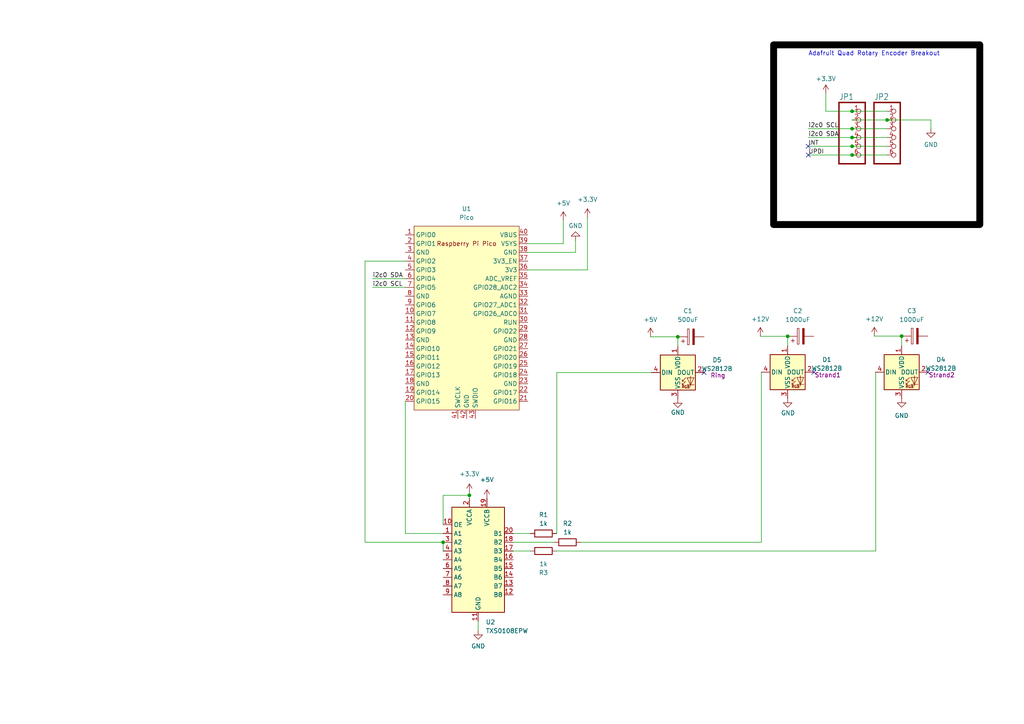
<source format=kicad_sch>
(kicad_sch (version 20230121) (generator eeschema)
  (paper "A4")
  (lib_symbols
    (symbol "Device:C_Polarized" (pin_numbers hide) (pin_names (offset 0.254))
      (property "Reference" "C" (at 0.635 2.54 0))
      (property "Value" "C_Polarized" (at 0.635 -2.54 0))
      (symbol "C_Polarized_0_1"
        (rectangle (start -2.286 0.508) (end 2.286 1.016))
        (polyline (pts (xy -1.778 2.286) (xy -0.762 2.286)))
        (polyline (pts (xy -1.27 2.794) (xy -1.27 1.778)))
        (rectangle (start 2.286 -0.508) (end -2.286 -1.016) (fill (type outline)))
      )
      (symbol "C_Polarized_1_1"
        (pin passive line (at 0 3.81 270) (length 2.794) (name "~") (number "1"))
        (pin passive line (at 0 -3.81 90) (length 2.794) (name "~") (number "2"))
      )
    )
    (symbol "Device:R" (pin_numbers hide) (pin_names (offset 0))
      (property "Reference" "R" (at 2.032 0 90))
      (property "Value" "R" (at 0 0 90))
      (symbol "R_0_1"
        (rectangle (start -1.016 -2.54) (end 1.016 2.54) (stroke (width 0.254)))
      )
      (symbol "R_1_1"
        (pin passive line (at 0 3.81 270) (length 1.27) (name "~") (number "1"))
        (pin passive line (at 0 -3.81 90) (length 1.27) (name "~") (number "2"))
      )
    )
    (symbol "LED:WS2812B" (pin_names (offset 0.254))
      (property "Reference" "D" (at 5.08 5.715 0))
      (property "Value" "WS2812B" (at 1.27 -5.715 0))
      (symbol "WS2812B_0_0"
        (text "RGB" (at 2.286 -4.191 0) (effects (font (size 0.762 0.762))))
      )
      (symbol "WS2812B_0_1"
        (polyline (pts (xy 1.27 -3.556) (xy 1.778 -3.556)))
        (polyline (pts (xy 1.27 -2.54) (xy 1.778 -2.54)))
        (polyline (pts (xy 4.699 -3.556) (xy 2.667 -3.556)))
        (polyline (pts (xy 2.286 -2.54) (xy 1.27 -3.556) (xy 1.27 -3.048)))
        (polyline (pts (xy 2.286 -1.524) (xy 1.27 -2.54) (xy 1.27 -2.032)))
        (polyline (pts (xy 3.683 -1.016) (xy 3.683 -3.556) (xy 3.683 -4.064)))
        (polyline (pts (xy 4.699 -1.524) (xy 2.667 -1.524) (xy 3.683 -3.556) (xy 4.699 -1.524)))
        (rectangle (start 5.08 5.08) (end -5.08 -5.08) (stroke (width 0.254)) (fill (type background)))
      )
      (symbol "WS2812B_1_1"
        (pin power_in line (at 0 7.62 270) (length 2.54) (name "VDD") (number "1"))
        (pin output line (at 7.62 0 180) (length 2.54) (name "DOUT") (number "2"))
        (pin power_in line (at 0 -7.62 90) (length 2.54) (name "VSS") (number "3"))
        (pin input line (at -7.62 0 0) (length 2.54) (name "DIN") (number "4"))
      )
    )
    (symbol "Logic_LevelTranslator:TXS0108EPW"
      (property "Reference" "U" (at -6.35 16.51 0))
      (property "Value" "TXS0108EPW" (at 3.81 16.51 0))
      (symbol "TXS0108EPW_0_1"
        (rectangle (start -7.62 15.24) (end 7.62 -15.24) (stroke (width 0.254)) (fill (type background)))
      )
      (symbol "TXS0108EPW_1_1"
        (pin bidirectional line (at -10.16 7.62 0) (length 2.54) (name "A1") (number "1"))
        (pin input line (at -10.16 10.16 0) (length 2.54) (name "OE") (number "10"))
        (pin power_in line (at 0 -17.78 90) (length 2.54) (name "GND") (number "11"))
        (pin bidirectional line (at 10.16 -10.16 180) (length 2.54) (name "B8") (number "12"))
        (pin bidirectional line (at 10.16 -7.62 180) (length 2.54) (name "B7") (number "13"))
        (pin bidirectional line (at 10.16 -5.08 180) (length 2.54) (name "B6") (number "14"))
        (pin bidirectional line (at 10.16 -2.54 180) (length 2.54) (name "B5") (number "15"))
        (pin bidirectional line (at 10.16 0 180) (length 2.54) (name "B4") (number "16"))
        (pin bidirectional line (at 10.16 2.54 180) (length 2.54) (name "B3") (number "17"))
        (pin bidirectional line (at 10.16 5.08 180) (length 2.54) (name "B2") (number "18"))
        (pin power_in line (at 2.54 17.78 270) (length 2.54) (name "VCCB") (number "19"))
        (pin power_in line (at -2.54 17.78 270) (length 2.54) (name "VCCA") (number "2"))
        (pin bidirectional line (at 10.16 7.62 180) (length 2.54) (name "B1") (number "20"))
        (pin bidirectional line (at -10.16 5.08 0) (length 2.54) (name "A2") (number "3"))
        (pin bidirectional line (at -10.16 2.54 0) (length 2.54) (name "A3") (number "4"))
        (pin bidirectional line (at -10.16 0 0) (length 2.54) (name "A4") (number "5"))
        (pin bidirectional line (at -10.16 -2.54 0) (length 2.54) (name "A5") (number "6"))
        (pin bidirectional line (at -10.16 -5.08 0) (length 2.54) (name "A6") (number "7"))
        (pin bidirectional line (at -10.16 -7.62 0) (length 2.54) (name "A7") (number "8"))
        (pin bidirectional line (at -10.16 -10.16 0) (length 2.54) (name "A8") (number "9"))
      )
    )
    (symbol "MCU_RaspberryPi_and_Boards:Pico"
      (property "Reference" "U" (at -13.97 27.94 0))
      (property "Value" "Pico" (at 0 19.05 0))
      (symbol "Pico_0_0"
        (text "Raspberry Pi Pico" (at 0 21.59 0) (effects (font (size 1.27 1.27))))
      )
      (symbol "Pico_0_1"
        (rectangle (start -15.24 26.67) (end 15.24 -26.67) (fill (type background)))
      )
      (symbol "Pico_1_1"
        (pin bidirectional line (at -17.78 24.13 0) (length 2.54) (name "GPIO0") (number "1"))
        (pin bidirectional line (at -17.78 1.27 0) (length 2.54) (name "GPIO7") (number "10"))
        (pin bidirectional line (at -17.78 -1.27 0) (length 2.54) (name "GPIO8") (number "11"))
        (pin bidirectional line (at -17.78 -3.81 0) (length 2.54) (name "GPIO9") (number "12"))
        (pin power_in line (at -17.78 -6.35 0) (length 2.54) (name "GND") (number "13"))
        (pin bidirectional line (at -17.78 -8.89 0) (length 2.54) (name "GPIO10") (number "14"))
        (pin bidirectional line (at -17.78 -11.43 0) (length 2.54) (name "GPIO11") (number "15"))
        (pin bidirectional line (at -17.78 -13.97 0) (length 2.54) (name "GPIO12") (number "16"))
        (pin bidirectional line (at -17.78 -16.51 0) (length 2.54) (name "GPIO13") (number "17"))
        (pin power_in line (at -17.78 -19.05 0) (length 2.54) (name "GND") (number "18"))
        (pin bidirectional line (at -17.78 -21.59 0) (length 2.54) (name "GPIO14") (number "19"))
        (pin bidirectional line (at -17.78 21.59 0) (length 2.54) (name "GPIO1") (number "2"))
        (pin bidirectional line (at -17.78 -24.13 0) (length 2.54) (name "GPIO15") (number "20"))
        (pin bidirectional line (at 17.78 -24.13 180) (length 2.54) (name "GPIO16") (number "21"))
        (pin bidirectional line (at 17.78 -21.59 180) (length 2.54) (name "GPIO17") (number "22"))
        (pin power_in line (at 17.78 -19.05 180) (length 2.54) (name "GND") (number "23"))
        (pin bidirectional line (at 17.78 -16.51 180) (length 2.54) (name "GPIO18") (number "24"))
        (pin bidirectional line (at 17.78 -13.97 180) (length 2.54) (name "GPIO19") (number "25"))
        (pin bidirectional line (at 17.78 -11.43 180) (length 2.54) (name "GPIO20") (number "26"))
        (pin bidirectional line (at 17.78 -8.89 180) (length 2.54) (name "GPIO21") (number "27"))
        (pin power_in line (at 17.78 -6.35 180) (length 2.54) (name "GND") (number "28"))
        (pin bidirectional line (at 17.78 -3.81 180) (length 2.54) (name "GPIO22") (number "29"))
        (pin power_in line (at -17.78 19.05 0) (length 2.54) (name "GND") (number "3"))
        (pin input line (at 17.78 -1.27 180) (length 2.54) (name "RUN") (number "30"))
        (pin bidirectional line (at 17.78 1.27 180) (length 2.54) (name "GPIO26_ADC0") (number "31"))
        (pin bidirectional line (at 17.78 3.81 180) (length 2.54) (name "GPIO27_ADC1") (number "32"))
        (pin power_in line (at 17.78 6.35 180) (length 2.54) (name "AGND") (number "33"))
        (pin bidirectional line (at 17.78 8.89 180) (length 2.54) (name "GPIO28_ADC2") (number "34"))
        (pin power_in line (at 17.78 11.43 180) (length 2.54) (name "ADC_VREF") (number "35"))
        (pin power_in line (at 17.78 13.97 180) (length 2.54) (name "3V3") (number "36"))
        (pin input line (at 17.78 16.51 180) (length 2.54) (name "3V3_EN") (number "37"))
        (pin bidirectional line (at 17.78 19.05 180) (length 2.54) (name "GND") (number "38"))
        (pin power_in line (at 17.78 21.59 180) (length 2.54) (name "VSYS") (number "39"))
        (pin bidirectional line (at -17.78 16.51 0) (length 2.54) (name "GPIO2") (number "4"))
        (pin power_in line (at 17.78 24.13 180) (length 2.54) (name "VBUS") (number "40"))
        (pin input line (at -2.54 -29.21 90) (length 2.54) (name "SWCLK") (number "41"))
        (pin power_in line (at 0 -29.21 90) (length 2.54) (name "GND") (number "42"))
        (pin bidirectional line (at 2.54 -29.21 90) (length 2.54) (name "SWDIO") (number "43"))
        (pin bidirectional line (at -17.78 13.97 0) (length 2.54) (name "GPIO3") (number "5"))
        (pin bidirectional line (at -17.78 11.43 0) (length 2.54) (name "GPIO4") (number "6"))
        (pin bidirectional line (at -17.78 8.89 0) (length 2.54) (name "GPIO5") (number "7"))
        (pin power_in line (at -17.78 6.35 0) (length 2.54) (name "GND") (number "8"))
        (pin bidirectional line (at -17.78 3.81 0) (length 2.54) (name "GPIO6") (number "9"))
      )
    )
    (symbol "Untitled-eagle-import:HEADER-1X670MIL"
      (property "Reference" "JP" (at -6.35 10.795 0))
      (symbol "HEADER-1X670MIL_1_0"
        (polyline (pts (xy -6.35 -7.62) (xy 1.27 -7.62)) (stroke (width 0.4064)))
        (polyline (pts (xy -6.35 10.16) (xy -6.35 -7.62)) (stroke (width 0.4064)))
        (polyline (pts (xy 1.27 -7.62) (xy 1.27 10.16)) (stroke (width 0.4064)))
        (polyline (pts (xy 1.27 10.16) (xy -6.35 10.16)) (stroke (width 0.4064)))
        (pin passive inverted (at -2.54 7.62 0) (length 2.54) (name "1") (number "1"))
        (pin passive inverted (at -2.54 5.08 0) (length 2.54) (name "2") (number "2"))
        (pin passive inverted (at -2.54 2.54 0) (length 2.54) (name "3") (number "3"))
        (pin passive inverted (at -2.54 0 0) (length 2.54) (name "4") (number "4"))
        (pin passive inverted (at -2.54 -2.54 0) (length 2.54) (name "5") (number "5"))
        (pin passive inverted (at -2.54 -5.08 0) (length 2.54) (name "6") (number "6"))
      )
    )
    (symbol "power:+12V" (power) (pin_names (offset 0))
      (property "Value" "+12V" (at 0 3.556 0))
      (symbol "+12V_0_1"
        (polyline (pts (xy -0.762 1.27) (xy 0 2.54)))
        (polyline (pts (xy 0 0) (xy 0 2.54)))
        (polyline (pts (xy 0 2.54) (xy 0.762 1.27)))
      )
      (symbol "+12V_1_1"
        (pin power_in line (at 0 0 90) (length 0) hide (name "+12V") (number "1"))
      )
    )
    (symbol "power:+3.3V" (power) (pin_names (offset 0))
      (property "Value" "+3.3V" (at 0 3.556 0))
      (symbol "+3.3V_0_1"
        (polyline (pts (xy -0.762 1.27) (xy 0 2.54)))
        (polyline (pts (xy 0 0) (xy 0 2.54)))
        (polyline (pts (xy 0 2.54) (xy 0.762 1.27)))
      )
      (symbol "+3.3V_1_1"
        (pin power_in line (at 0 0 90) (length 0) hide (name "+3.3V") (number "1"))
      )
    )
    (symbol "power:+5V" (power) (pin_names (offset 0))
      (property "Value" "+5V" (at 0 3.556 0))
      (symbol "+5V_0_1"
        (polyline (pts (xy -0.762 1.27) (xy 0 2.54)))
        (polyline (pts (xy 0 0) (xy 0 2.54)))
        (polyline (pts (xy 0 2.54) (xy 0.762 1.27)))
      )
      (symbol "+5V_1_1"
        (pin power_in line (at 0 0 90) (length 0) hide (name "+5V") (number "1"))
      )
    )
    (symbol "power:GND" (power) (pin_names (offset 0))
      (property "Value" "GND" (at 0 -3.81 0))
      (symbol "GND_0_1"
        (polyline (pts (xy 0 0) (xy 0 -1.27) (xy 1.27 -1.27) (xy 0 -2.54) (xy -1.27 -1.27) (xy 0 -1.27)))
      )
      (symbol "GND_1_1"
        (pin power_in line (at 0 0 270) (length 0) hide (name "GND") (number "1"))
      )
    )
  )
  (junction (at 247.142 37.338))
  (junction (at 196.596 97.6884))
  (junction (at 247.142 44.958))
  (junction (at 128.524 157.2768))
  (junction (at 247.142 39.878))
  (junction (at 261.5184 97.4852))
  (junction (at 247.142 32.258))
  (junction (at 257.302 34.798))
  (junction (at 228.4476 97.536))
  (junction (at 136.144 143.6624))
  (junction (at 247.142 42.418))
  (no_connect (at 234.3912 42.418))
  (no_connect (at 236.0676 107.95))
  (no_connect (at 269.1384 107.95))
  (no_connect (at 204.216 108.0516))
  (no_connect (at 234.442 44.958))
  (wire (pts (xy 128.524 143.6624) (xy 136.144 143.6624)))
  (wire (pts (xy 138.684 180.1368) (xy 138.684 182.88)))
  (wire (pts (xy 220.8276 107.95) (xy 220.8276 157.2768)))
  (wire (pts (xy 261.5184 97.4852) (xy 261.5184 100.33)))
  (wire (pts (xy 161.4424 159.8168) (xy 254 159.8168)))
  (wire (pts (xy 136.144 143.6624) (xy 136.144 144.5768)))
  (wire (pts (xy 163.3728 70.6628) (xy 163.3728 63.9572)))
  (wire (pts (xy 148.844 159.8168) (xy 153.8224 159.8168)))
  (wire (pts (xy 247.142 39.878) (xy 234.442 39.878)) (stroke (width 0.1524)))
  (wire (pts (xy 257.302 44.958) (xy 247.142 44.958)) (stroke (width 0.1524)))
  (wire (pts (xy 257.302 34.798) (xy 270.002 34.798)) (stroke (width 0.1524)))
  (wire (pts (xy 148.844 154.7368) (xy 153.8224 154.7368)))
  (wire (pts (xy 161.4932 154.7368) (xy 161.4932 108.0516)))
  (wire (pts (xy 247.142 44.958) (xy 234.442 44.958)) (stroke (width 0.1524)))
  (wire (pts (xy 188.6712 97.6884) (xy 196.596 97.6884)))
  (wire (pts (xy 247.142 32.258) (xy 239.522 32.258)) (stroke (width 0.1524)))
  (wire (pts (xy 254 107.95) (xy 254 159.8168)))
  (wire (pts (xy 196.596 97.6884) (xy 196.596 100.4316)))
  (wire (pts (xy 128.524 157.2768) (xy 128.524 159.8168)))
  (wire (pts (xy 161.4932 108.0516) (xy 188.976 108.0516)))
  (wire (pts (xy 247.142 37.338) (xy 234.442 37.338)) (stroke (width 0.1524)))
  (wire (pts (xy 257.302 39.878) (xy 247.142 39.878)) (stroke (width 0.1524)))
  (wire (pts (xy 108.0516 83.3628) (xy 117.5512 83.3628)))
  (wire (pts (xy 170.3832 63.0936) (xy 170.3832 78.2828)))
  (wire (pts (xy 257.302 34.798) (xy 247.142 34.798)) (stroke (width 0.1524)))
  (wire (pts (xy 257.302 42.418) (xy 247.142 42.418)) (stroke (width 0.1524)))
  (wire (pts (xy 220.5228 97.536) (xy 228.4476 97.536)))
  (wire (pts (xy 117.5512 75.7428) (xy 105.8672 75.7428)))
  (wire (pts (xy 168.402 157.2768) (xy 220.8276 157.2768)))
  (wire (pts (xy 270.002 34.798) (xy 270.002 37.338)) (stroke (width 0.1524)))
  (wire (pts (xy 148.844 157.2768) (xy 160.782 157.2768)))
  (wire (pts (xy 136.144 142.9004) (xy 136.144 143.6624)))
  (wire (pts (xy 105.8672 157.2768) (xy 128.524 157.2768)))
  (wire (pts (xy 257.302 32.258) (xy 247.142 32.258)) (stroke (width 0.1524)))
  (wire (pts (xy 257.302 37.338) (xy 247.142 37.338)) (stroke (width 0.1524)))
  (wire (pts (xy 228.4476 97.536) (xy 228.4476 100.33)))
  (wire (pts (xy 166.9288 69.7484) (xy 166.9288 73.2028)))
  (wire (pts (xy 105.8672 75.7428) (xy 105.8672 157.2768)))
  (wire (pts (xy 247.142 42.418) (xy 234.442 42.418)) (stroke (width 0.1524)))
  (wire (pts (xy 108.0516 80.8228) (xy 117.5512 80.8228)))
  (wire (pts (xy 254 107.95) (xy 253.8984 107.95)))
  (wire (pts (xy 153.1112 78.2828) (xy 170.3832 78.2828)))
  (wire (pts (xy 253.5936 97.4852) (xy 261.5184 97.4852)))
  (wire (pts (xy 117.5512 154.7368) (xy 128.524 154.7368)))
  (wire (pts (xy 128.524 152.1968) (xy 128.524 143.6624)))
  (wire (pts (xy 161.4424 154.7368) (xy 161.4932 154.7368)))
  (wire (pts (xy 153.1112 73.2028) (xy 166.9288 73.2028)))
  (wire (pts (xy 117.5512 116.3828) (xy 117.5512 154.7368)))
  (wire (pts (xy 239.522 32.258) (xy 239.522 27.178)) (stroke (width 0.1524)))
  (wire (pts (xy 153.1112 70.6628) (xy 163.3728 70.6628)))
  (rectangle (start 224.3836 13.0048) (end 284.1752 65.1256) (stroke (width 2) (color 0 0 0 1)))
  (text "Adafruit Quad Rotary Encoder Breakout" (at 234.442 16.3576 0) (effects (font (size 1.27 1.27)) (justify left bottom)))
  (label "i2c0 SCL" (at 234.442 37.338 0))
  (label "i2c0 SDA" (at 108.0516 80.8228 0))
  (label "i2c0 SDA" (at 234.442 39.878 0))
  (label "i2c0 SCL" (at 108.0516 83.3628 0))
  (label "UPDI" (at 234.442 44.958 0) (effects (font (size 1.2446 1.2446))))
  (label "INT" (at 234.442 42.418 0) (effects (font (size 1.2446 1.2446))))
  (symbol (lib_id "Untitled-eagle-import:HEADER-1X670MIL") (at 249.682 39.878 0) (unit 1)
    (property "Reference" "JP1" (at 243.332 29.083 0) (effects (font (size 1.778 1.5113)) (justify left bottom)))
    (property "Value" "HEADER-1X670MIL" (effects hide))
    (property "Footprint" "Untitled:1X06_ROUND_70" (effects hide))
  )
  (symbol (lib_id "power:+12V") (at 253.5936 97.4852 0) (unit 1)
    (property "Reference" "#PWR012" (effects hide))
    (property "Value" "+12V" (at 253.5936 92.5068 0))
  )
  (symbol (lib_id "power:GND") (at 138.684 182.88 0) (unit 1)
    (property "Reference" "#PWR05" (effects hide))
    (property "Value" "GND" (at 138.684 187.4012 0))
  )
  (symbol (lib_id "Device:C_Polarized") (at 232.2576 97.536 90) (unit 1)
    (property "Reference" "C2" (at 231.3686 90.17 90))
    (property "Value" "1000uF" (at 231.3686 92.71 90))
  )
  (symbol (lib_id "LED:WS2812B") (at 196.596 108.0516 0) (unit 1)
    (property "Reference" "D5" (at 207.9752 104.4037 0))
    (property "Value" "WS2812B" (at 207.9752 106.9437 0))
    (property "Footprint" "LED_SMD:LED_WS2812B_PLCC4_5.0x5.0mm_P3.2mm" (effects hide))
    (property "Datasheet" "https://cdn-shop.adafruit.com/datasheets/WS2812B.pdf" (effects hide))
    (property "Name" "Ring" (at 208.2292 108.8644 0))
  )
  (symbol (lib_id "power:GND") (at 270.002 37.338 0) (unit 1)
    (property "Reference" "#PWR014" (effects hide))
    (property "Value" "GND" (at 270.002 41.9608 0))
  )
  (symbol (lib_id "power:GND") (at 228.4476 115.57 0) (unit 1)
    (property "Reference" "#PWR08" (effects hide))
    (property "Value" "GND" (at 228.5492 119.7864 0))
  )
  (symbol (lib_id "power:+3.3V") (at 170.3832 63.0936 0) (unit 1)
    (property "Reference" "#PWR04" (effects hide))
    (property "Value" "+3.3V" (at 170.3832 57.8612 0))
  )
  (symbol (lib_id "power:+12V") (at 220.5228 97.536 0) (unit 1)
    (property "Reference" "#PWR011" (effects hide))
    (property "Value" "+12V" (at 220.5228 92.5576 0))
  )
  (symbol (lib_id "Device:C_Polarized") (at 265.3284 97.4852 90) (unit 1)
    (property "Reference" "C3" (at 264.4394 90.17 90))
    (property "Value" "1000uF" (at 264.4394 92.71 90))
  )
  (symbol (lib_id "power:+3.3V") (at 239.522 27.178 0) (unit 1)
    (property "Reference" "#PWR013" (effects hide))
    (property "Value" "+3.3V" (at 239.522 22.86 0))
  )
  (symbol (lib_id "power:+5V") (at 141.224 144.5768 0) (unit 1)
    (property "Reference" "#PWR02" (effects hide))
    (property "Value" "+5V" (at 141.224 139.1412 0))
  )
  (symbol (lib_id "Device:C_Polarized") (at 200.406 97.6884 90) (unit 1)
    (property "Reference" "C1" (at 199.517 90.17 90))
    (property "Value" "500uF" (at 199.517 92.71 90))
  )
  (symbol (lib_id "Untitled-eagle-import:HEADER-1X670MIL") (at 259.842 39.878 0) (unit 1)
    (property "Reference" "JP2" (at 253.492 29.083 0) (effects (font (size 1.778 1.5113)) (justify left bottom)))
    (property "Value" "HEADER-1X670MIL" (effects hide))
    (property "Footprint" "Untitled:1X06_ROUND_70" (effects hide))
  )
  (symbol (lib_id "power:GND") (at 196.596 115.6716 0) (unit 1)
    (property "Reference" "#PWR07" (effects hide))
    (property "Value" "GND" (at 196.596 119.634 0))
  )
  (symbol (lib_id "MCU_RaspberryPi_and_Boards:Pico") (at 135.3312 92.2528 0) (unit 1)
    (property "Reference" "U1" (at 135.3312 60.5536 0))
    (property "Value" "Pico" (at 135.3312 63.0936 0))
    (property "Footprint" "RPi_Pico:RPi_Pico_SMD_TH" (effects hide))
  )
  (symbol (lib_id "LED:WS2812B") (at 261.5184 107.95 0) (unit 1)
    (property "Reference" "D4" (at 272.8976 104.3021 0))
    (property "Value" "WS2812B" (at 272.8976 106.8421 0))
    (property "Footprint" "LED_SMD:LED_WS2812B_PLCC4_5.0x5.0mm_P3.2mm" (effects hide))
    (property "Datasheet" "https://cdn-shop.adafruit.com/datasheets/WS2812B.pdf" (effects hide))
    (property "Name" "Strand2" (at 273.1516 108.7628 0))
  )
  (symbol (lib_id "Logic_LevelTranslator:TXS0108EPW") (at 138.684 162.3568 0) (unit 1)
    (property "Reference" "U2" (at 140.8781 180.4416 0) (effects (justify left)))
    (property "Value" "TXS0108EPW" (at 140.8781 182.9816 0) (effects (justify left)))
    (property "Footprint" "Package_SO:TSSOP-20_4.4x6.5mm_P0.65mm" (effects hide))
    (property "Datasheet" "www.ti.com/lit/ds/symlink/txs0108e.pdf" (effects hide))
  )
  (symbol (lib_id "Device:R") (at 164.592 157.2768 90) (unit 1)
    (property "Reference" "R2" (at 164.592 151.8412 90))
    (property "Value" "1k" (at 164.592 154.3812 90))
  )
  (symbol (lib_id "power:GND") (at 166.9288 69.7484 180) (unit 1)
    (property "Reference" "#PWR06" (effects hide))
    (property "Value" "GND" (at 166.9288 65.4812 0))
  )
  (symbol (lib_id "power:+3.3V") (at 136.144 142.9004 0) (unit 1)
    (property "Reference" "#PWR03" (effects hide))
    (property "Value" "+3.3V" (at 136.144 137.4648 0))
  )
  (symbol (lib_id "LED:WS2812B") (at 228.4476 107.95 0) (unit 1)
    (property "Reference" "D1" (at 239.8268 104.3021 0))
    (property "Value" "WS2812B" (at 239.8268 106.8421 0))
    (property "Footprint" "LED_SMD:LED_WS2812B_PLCC4_5.0x5.0mm_P3.2mm" (effects hide))
    (property "Datasheet" "https://cdn-shop.adafruit.com/datasheets/WS2812B.pdf" (effects hide))
    (property "Name" "Strand1" (at 240.0808 108.7628 0))
  )
  (symbol (lib_id "power:+5V") (at 163.3728 63.9572 0) (unit 1)
    (property "Reference" "#PWR01" (effects hide))
    (property "Value" "+5V" (at 163.3728 58.928 0))
  )
  (symbol (lib_id "power:GND") (at 261.5184 115.57 0) (unit 1)
    (property "Reference" "#PWR09" (effects hide))
    (property "Value" "GND" (at 261.5184 120.5484 0))
  )
  (symbol (lib_id "Device:R") (at 157.6324 159.8168 270) (mirror x) (unit 1)
    (property "Reference" "R3" (at 157.6324 166.116 90))
    (property "Value" "1k" (at 157.6324 163.576 90))
  )
  (symbol (lib_id "power:+5V") (at 188.6712 97.6884 0) (unit 1)
    (property "Reference" "#PWR010" (effects hide))
    (property "Value" "+5V" (at 188.6712 92.71 0))
  )
  (symbol (lib_id "Device:R") (at 157.6324 154.7368 90) (unit 1)
    (property "Reference" "R1" (at 157.6324 149.3012 90))
    (property "Value" "1k" (at 157.6324 151.8412 90))
  )
)
</source>
